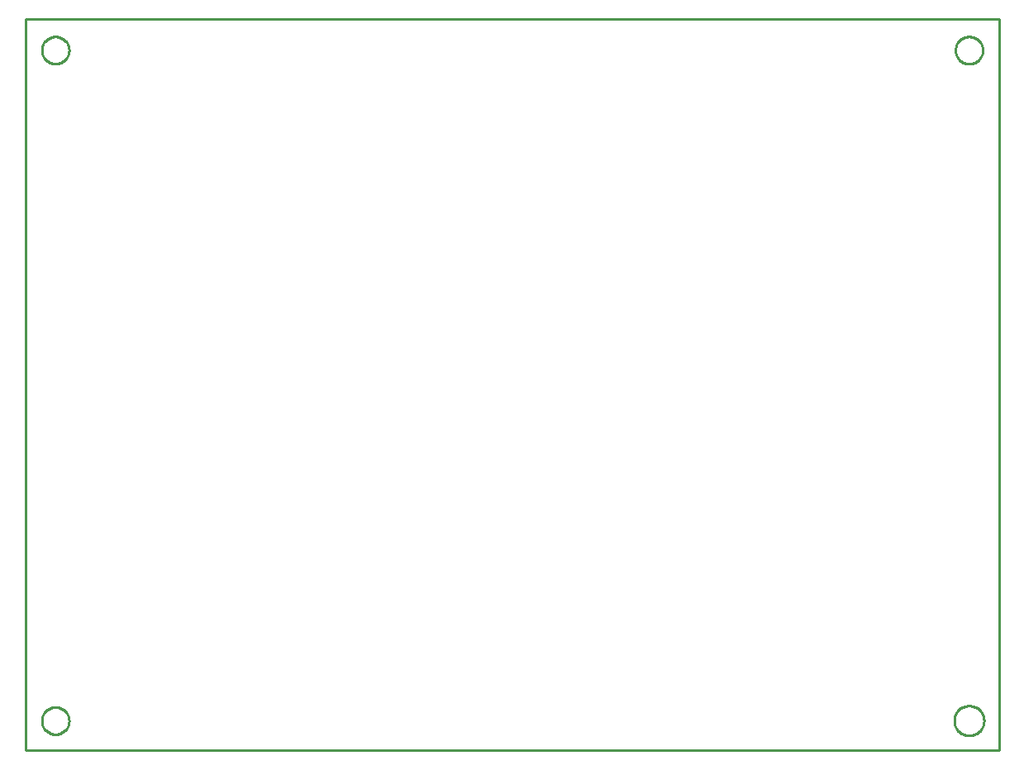
<source format=gko>
G04 EAGLE Gerber RS-274X export*
G75*
%MOMM*%
%FSLAX34Y34*%
%LPD*%
%INBoard Outline*%
%IPPOS*%
%AMOC8*
5,1,8,0,0,1.08239X$1,22.5*%
G01*
%ADD10C,0.000000*%
%ADD11C,0.254000*%


D10*
X0Y749300D02*
X0Y0D01*
X996950Y0D01*
X996950Y749300D01*
X0Y749300D01*
X16510Y30480D02*
X16514Y30823D01*
X16527Y31165D01*
X16548Y31508D01*
X16577Y31849D01*
X16615Y32190D01*
X16661Y32530D01*
X16716Y32868D01*
X16778Y33205D01*
X16849Y33541D01*
X16929Y33874D01*
X17016Y34206D01*
X17112Y34535D01*
X17215Y34862D01*
X17327Y35186D01*
X17446Y35508D01*
X17573Y35826D01*
X17708Y36141D01*
X17851Y36453D01*
X18002Y36761D01*
X18160Y37065D01*
X18325Y37366D01*
X18498Y37662D01*
X18677Y37954D01*
X18864Y38241D01*
X19058Y38524D01*
X19259Y38802D01*
X19467Y39075D01*
X19681Y39342D01*
X19902Y39605D01*
X20129Y39862D01*
X20362Y40113D01*
X20602Y40358D01*
X20847Y40598D01*
X21098Y40831D01*
X21355Y41058D01*
X21618Y41279D01*
X21885Y41493D01*
X22158Y41701D01*
X22436Y41902D01*
X22719Y42096D01*
X23006Y42283D01*
X23298Y42462D01*
X23594Y42635D01*
X23895Y42800D01*
X24199Y42958D01*
X24507Y43109D01*
X24819Y43252D01*
X25134Y43387D01*
X25452Y43514D01*
X25774Y43633D01*
X26098Y43745D01*
X26425Y43848D01*
X26754Y43944D01*
X27086Y44031D01*
X27419Y44111D01*
X27755Y44182D01*
X28092Y44244D01*
X28430Y44299D01*
X28770Y44345D01*
X29111Y44383D01*
X29452Y44412D01*
X29795Y44433D01*
X30137Y44446D01*
X30480Y44450D01*
X30823Y44446D01*
X31165Y44433D01*
X31508Y44412D01*
X31849Y44383D01*
X32190Y44345D01*
X32530Y44299D01*
X32868Y44244D01*
X33205Y44182D01*
X33541Y44111D01*
X33874Y44031D01*
X34206Y43944D01*
X34535Y43848D01*
X34862Y43745D01*
X35186Y43633D01*
X35508Y43514D01*
X35826Y43387D01*
X36141Y43252D01*
X36453Y43109D01*
X36761Y42958D01*
X37065Y42800D01*
X37366Y42635D01*
X37662Y42462D01*
X37954Y42283D01*
X38241Y42096D01*
X38524Y41902D01*
X38802Y41701D01*
X39075Y41493D01*
X39342Y41279D01*
X39605Y41058D01*
X39862Y40831D01*
X40113Y40598D01*
X40358Y40358D01*
X40598Y40113D01*
X40831Y39862D01*
X41058Y39605D01*
X41279Y39342D01*
X41493Y39075D01*
X41701Y38802D01*
X41902Y38524D01*
X42096Y38241D01*
X42283Y37954D01*
X42462Y37662D01*
X42635Y37366D01*
X42800Y37065D01*
X42958Y36761D01*
X43109Y36453D01*
X43252Y36141D01*
X43387Y35826D01*
X43514Y35508D01*
X43633Y35186D01*
X43745Y34862D01*
X43848Y34535D01*
X43944Y34206D01*
X44031Y33874D01*
X44111Y33541D01*
X44182Y33205D01*
X44244Y32868D01*
X44299Y32530D01*
X44345Y32190D01*
X44383Y31849D01*
X44412Y31508D01*
X44433Y31165D01*
X44446Y30823D01*
X44450Y30480D01*
X44446Y30137D01*
X44433Y29795D01*
X44412Y29452D01*
X44383Y29111D01*
X44345Y28770D01*
X44299Y28430D01*
X44244Y28092D01*
X44182Y27755D01*
X44111Y27419D01*
X44031Y27086D01*
X43944Y26754D01*
X43848Y26425D01*
X43745Y26098D01*
X43633Y25774D01*
X43514Y25452D01*
X43387Y25134D01*
X43252Y24819D01*
X43109Y24507D01*
X42958Y24199D01*
X42800Y23895D01*
X42635Y23594D01*
X42462Y23298D01*
X42283Y23006D01*
X42096Y22719D01*
X41902Y22436D01*
X41701Y22158D01*
X41493Y21885D01*
X41279Y21618D01*
X41058Y21355D01*
X40831Y21098D01*
X40598Y20847D01*
X40358Y20602D01*
X40113Y20362D01*
X39862Y20129D01*
X39605Y19902D01*
X39342Y19681D01*
X39075Y19467D01*
X38802Y19259D01*
X38524Y19058D01*
X38241Y18864D01*
X37954Y18677D01*
X37662Y18498D01*
X37366Y18325D01*
X37065Y18160D01*
X36761Y18002D01*
X36453Y17851D01*
X36141Y17708D01*
X35826Y17573D01*
X35508Y17446D01*
X35186Y17327D01*
X34862Y17215D01*
X34535Y17112D01*
X34206Y17016D01*
X33874Y16929D01*
X33541Y16849D01*
X33205Y16778D01*
X32868Y16716D01*
X32530Y16661D01*
X32190Y16615D01*
X31849Y16577D01*
X31508Y16548D01*
X31165Y16527D01*
X30823Y16514D01*
X30480Y16510D01*
X30137Y16514D01*
X29795Y16527D01*
X29452Y16548D01*
X29111Y16577D01*
X28770Y16615D01*
X28430Y16661D01*
X28092Y16716D01*
X27755Y16778D01*
X27419Y16849D01*
X27086Y16929D01*
X26754Y17016D01*
X26425Y17112D01*
X26098Y17215D01*
X25774Y17327D01*
X25452Y17446D01*
X25134Y17573D01*
X24819Y17708D01*
X24507Y17851D01*
X24199Y18002D01*
X23895Y18160D01*
X23594Y18325D01*
X23298Y18498D01*
X23006Y18677D01*
X22719Y18864D01*
X22436Y19058D01*
X22158Y19259D01*
X21885Y19467D01*
X21618Y19681D01*
X21355Y19902D01*
X21098Y20129D01*
X20847Y20362D01*
X20602Y20602D01*
X20362Y20847D01*
X20129Y21098D01*
X19902Y21355D01*
X19681Y21618D01*
X19467Y21885D01*
X19259Y22158D01*
X19058Y22436D01*
X18864Y22719D01*
X18677Y23006D01*
X18498Y23298D01*
X18325Y23594D01*
X18160Y23895D01*
X18002Y24199D01*
X17851Y24507D01*
X17708Y24819D01*
X17573Y25134D01*
X17446Y25452D01*
X17327Y25774D01*
X17215Y26098D01*
X17112Y26425D01*
X17016Y26754D01*
X16929Y27086D01*
X16849Y27419D01*
X16778Y27755D01*
X16716Y28092D01*
X16661Y28430D01*
X16615Y28770D01*
X16577Y29111D01*
X16548Y29452D01*
X16527Y29795D01*
X16514Y30137D01*
X16510Y30480D01*
X951230Y30480D02*
X951235Y30854D01*
X951248Y31228D01*
X951271Y31601D01*
X951303Y31974D01*
X951345Y32346D01*
X951395Y32716D01*
X951454Y33085D01*
X951523Y33453D01*
X951600Y33819D01*
X951687Y34183D01*
X951782Y34545D01*
X951886Y34904D01*
X951999Y35261D01*
X952121Y35614D01*
X952251Y35965D01*
X952390Y36312D01*
X952537Y36656D01*
X952693Y36996D01*
X952857Y37332D01*
X953030Y37664D01*
X953210Y37992D01*
X953398Y38315D01*
X953594Y38633D01*
X953798Y38947D01*
X954010Y39255D01*
X954229Y39558D01*
X954456Y39856D01*
X954689Y40148D01*
X954930Y40434D01*
X955178Y40715D01*
X955432Y40989D01*
X955694Y41256D01*
X955961Y41518D01*
X956235Y41772D01*
X956516Y42020D01*
X956802Y42261D01*
X957094Y42494D01*
X957392Y42721D01*
X957695Y42940D01*
X958003Y43152D01*
X958317Y43356D01*
X958635Y43552D01*
X958958Y43740D01*
X959286Y43920D01*
X959618Y44093D01*
X959954Y44257D01*
X960294Y44413D01*
X960638Y44560D01*
X960985Y44699D01*
X961336Y44829D01*
X961689Y44951D01*
X962046Y45064D01*
X962405Y45168D01*
X962767Y45263D01*
X963131Y45350D01*
X963497Y45427D01*
X963865Y45496D01*
X964234Y45555D01*
X964604Y45605D01*
X964976Y45647D01*
X965349Y45679D01*
X965722Y45702D01*
X966096Y45715D01*
X966470Y45720D01*
X966844Y45715D01*
X967218Y45702D01*
X967591Y45679D01*
X967964Y45647D01*
X968336Y45605D01*
X968706Y45555D01*
X969075Y45496D01*
X969443Y45427D01*
X969809Y45350D01*
X970173Y45263D01*
X970535Y45168D01*
X970894Y45064D01*
X971251Y44951D01*
X971604Y44829D01*
X971955Y44699D01*
X972302Y44560D01*
X972646Y44413D01*
X972986Y44257D01*
X973322Y44093D01*
X973654Y43920D01*
X973982Y43740D01*
X974305Y43552D01*
X974623Y43356D01*
X974937Y43152D01*
X975245Y42940D01*
X975548Y42721D01*
X975846Y42494D01*
X976138Y42261D01*
X976424Y42020D01*
X976705Y41772D01*
X976979Y41518D01*
X977246Y41256D01*
X977508Y40989D01*
X977762Y40715D01*
X978010Y40434D01*
X978251Y40148D01*
X978484Y39856D01*
X978711Y39558D01*
X978930Y39255D01*
X979142Y38947D01*
X979346Y38633D01*
X979542Y38315D01*
X979730Y37992D01*
X979910Y37664D01*
X980083Y37332D01*
X980247Y36996D01*
X980403Y36656D01*
X980550Y36312D01*
X980689Y35965D01*
X980819Y35614D01*
X980941Y35261D01*
X981054Y34904D01*
X981158Y34545D01*
X981253Y34183D01*
X981340Y33819D01*
X981417Y33453D01*
X981486Y33085D01*
X981545Y32716D01*
X981595Y32346D01*
X981637Y31974D01*
X981669Y31601D01*
X981692Y31228D01*
X981705Y30854D01*
X981710Y30480D01*
X981705Y30106D01*
X981692Y29732D01*
X981669Y29359D01*
X981637Y28986D01*
X981595Y28614D01*
X981545Y28244D01*
X981486Y27875D01*
X981417Y27507D01*
X981340Y27141D01*
X981253Y26777D01*
X981158Y26415D01*
X981054Y26056D01*
X980941Y25699D01*
X980819Y25346D01*
X980689Y24995D01*
X980550Y24648D01*
X980403Y24304D01*
X980247Y23964D01*
X980083Y23628D01*
X979910Y23296D01*
X979730Y22968D01*
X979542Y22645D01*
X979346Y22327D01*
X979142Y22013D01*
X978930Y21705D01*
X978711Y21402D01*
X978484Y21104D01*
X978251Y20812D01*
X978010Y20526D01*
X977762Y20245D01*
X977508Y19971D01*
X977246Y19704D01*
X976979Y19442D01*
X976705Y19188D01*
X976424Y18940D01*
X976138Y18699D01*
X975846Y18466D01*
X975548Y18239D01*
X975245Y18020D01*
X974937Y17808D01*
X974623Y17604D01*
X974305Y17408D01*
X973982Y17220D01*
X973654Y17040D01*
X973322Y16867D01*
X972986Y16703D01*
X972646Y16547D01*
X972302Y16400D01*
X971955Y16261D01*
X971604Y16131D01*
X971251Y16009D01*
X970894Y15896D01*
X970535Y15792D01*
X970173Y15697D01*
X969809Y15610D01*
X969443Y15533D01*
X969075Y15464D01*
X968706Y15405D01*
X968336Y15355D01*
X967964Y15313D01*
X967591Y15281D01*
X967218Y15258D01*
X966844Y15245D01*
X966470Y15240D01*
X966096Y15245D01*
X965722Y15258D01*
X965349Y15281D01*
X964976Y15313D01*
X964604Y15355D01*
X964234Y15405D01*
X963865Y15464D01*
X963497Y15533D01*
X963131Y15610D01*
X962767Y15697D01*
X962405Y15792D01*
X962046Y15896D01*
X961689Y16009D01*
X961336Y16131D01*
X960985Y16261D01*
X960638Y16400D01*
X960294Y16547D01*
X959954Y16703D01*
X959618Y16867D01*
X959286Y17040D01*
X958958Y17220D01*
X958635Y17408D01*
X958317Y17604D01*
X958003Y17808D01*
X957695Y18020D01*
X957392Y18239D01*
X957094Y18466D01*
X956802Y18699D01*
X956516Y18940D01*
X956235Y19188D01*
X955961Y19442D01*
X955694Y19704D01*
X955432Y19971D01*
X955178Y20245D01*
X954930Y20526D01*
X954689Y20812D01*
X954456Y21104D01*
X954229Y21402D01*
X954010Y21705D01*
X953798Y22013D01*
X953594Y22327D01*
X953398Y22645D01*
X953210Y22968D01*
X953030Y23296D01*
X952857Y23628D01*
X952693Y23964D01*
X952537Y24304D01*
X952390Y24648D01*
X952251Y24995D01*
X952121Y25346D01*
X951999Y25699D01*
X951886Y26056D01*
X951782Y26415D01*
X951687Y26777D01*
X951600Y27141D01*
X951523Y27507D01*
X951454Y27875D01*
X951395Y28244D01*
X951345Y28614D01*
X951303Y28986D01*
X951271Y29359D01*
X951248Y29732D01*
X951235Y30106D01*
X951230Y30480D01*
X952500Y717550D02*
X952504Y717893D01*
X952517Y718235D01*
X952538Y718578D01*
X952567Y718919D01*
X952605Y719260D01*
X952651Y719600D01*
X952706Y719938D01*
X952768Y720275D01*
X952839Y720611D01*
X952919Y720944D01*
X953006Y721276D01*
X953102Y721605D01*
X953205Y721932D01*
X953317Y722256D01*
X953436Y722578D01*
X953563Y722896D01*
X953698Y723211D01*
X953841Y723523D01*
X953992Y723831D01*
X954150Y724135D01*
X954315Y724436D01*
X954488Y724732D01*
X954667Y725024D01*
X954854Y725311D01*
X955048Y725594D01*
X955249Y725872D01*
X955457Y726145D01*
X955671Y726412D01*
X955892Y726675D01*
X956119Y726932D01*
X956352Y727183D01*
X956592Y727428D01*
X956837Y727668D01*
X957088Y727901D01*
X957345Y728128D01*
X957608Y728349D01*
X957875Y728563D01*
X958148Y728771D01*
X958426Y728972D01*
X958709Y729166D01*
X958996Y729353D01*
X959288Y729532D01*
X959584Y729705D01*
X959885Y729870D01*
X960189Y730028D01*
X960497Y730179D01*
X960809Y730322D01*
X961124Y730457D01*
X961442Y730584D01*
X961764Y730703D01*
X962088Y730815D01*
X962415Y730918D01*
X962744Y731014D01*
X963076Y731101D01*
X963409Y731181D01*
X963745Y731252D01*
X964082Y731314D01*
X964420Y731369D01*
X964760Y731415D01*
X965101Y731453D01*
X965442Y731482D01*
X965785Y731503D01*
X966127Y731516D01*
X966470Y731520D01*
X966813Y731516D01*
X967155Y731503D01*
X967498Y731482D01*
X967839Y731453D01*
X968180Y731415D01*
X968520Y731369D01*
X968858Y731314D01*
X969195Y731252D01*
X969531Y731181D01*
X969864Y731101D01*
X970196Y731014D01*
X970525Y730918D01*
X970852Y730815D01*
X971176Y730703D01*
X971498Y730584D01*
X971816Y730457D01*
X972131Y730322D01*
X972443Y730179D01*
X972751Y730028D01*
X973055Y729870D01*
X973356Y729705D01*
X973652Y729532D01*
X973944Y729353D01*
X974231Y729166D01*
X974514Y728972D01*
X974792Y728771D01*
X975065Y728563D01*
X975332Y728349D01*
X975595Y728128D01*
X975852Y727901D01*
X976103Y727668D01*
X976348Y727428D01*
X976588Y727183D01*
X976821Y726932D01*
X977048Y726675D01*
X977269Y726412D01*
X977483Y726145D01*
X977691Y725872D01*
X977892Y725594D01*
X978086Y725311D01*
X978273Y725024D01*
X978452Y724732D01*
X978625Y724436D01*
X978790Y724135D01*
X978948Y723831D01*
X979099Y723523D01*
X979242Y723211D01*
X979377Y722896D01*
X979504Y722578D01*
X979623Y722256D01*
X979735Y721932D01*
X979838Y721605D01*
X979934Y721276D01*
X980021Y720944D01*
X980101Y720611D01*
X980172Y720275D01*
X980234Y719938D01*
X980289Y719600D01*
X980335Y719260D01*
X980373Y718919D01*
X980402Y718578D01*
X980423Y718235D01*
X980436Y717893D01*
X980440Y717550D01*
X980436Y717207D01*
X980423Y716865D01*
X980402Y716522D01*
X980373Y716181D01*
X980335Y715840D01*
X980289Y715500D01*
X980234Y715162D01*
X980172Y714825D01*
X980101Y714489D01*
X980021Y714156D01*
X979934Y713824D01*
X979838Y713495D01*
X979735Y713168D01*
X979623Y712844D01*
X979504Y712522D01*
X979377Y712204D01*
X979242Y711889D01*
X979099Y711577D01*
X978948Y711269D01*
X978790Y710965D01*
X978625Y710664D01*
X978452Y710368D01*
X978273Y710076D01*
X978086Y709789D01*
X977892Y709506D01*
X977691Y709228D01*
X977483Y708955D01*
X977269Y708688D01*
X977048Y708425D01*
X976821Y708168D01*
X976588Y707917D01*
X976348Y707672D01*
X976103Y707432D01*
X975852Y707199D01*
X975595Y706972D01*
X975332Y706751D01*
X975065Y706537D01*
X974792Y706329D01*
X974514Y706128D01*
X974231Y705934D01*
X973944Y705747D01*
X973652Y705568D01*
X973356Y705395D01*
X973055Y705230D01*
X972751Y705072D01*
X972443Y704921D01*
X972131Y704778D01*
X971816Y704643D01*
X971498Y704516D01*
X971176Y704397D01*
X970852Y704285D01*
X970525Y704182D01*
X970196Y704086D01*
X969864Y703999D01*
X969531Y703919D01*
X969195Y703848D01*
X968858Y703786D01*
X968520Y703731D01*
X968180Y703685D01*
X967839Y703647D01*
X967498Y703618D01*
X967155Y703597D01*
X966813Y703584D01*
X966470Y703580D01*
X966127Y703584D01*
X965785Y703597D01*
X965442Y703618D01*
X965101Y703647D01*
X964760Y703685D01*
X964420Y703731D01*
X964082Y703786D01*
X963745Y703848D01*
X963409Y703919D01*
X963076Y703999D01*
X962744Y704086D01*
X962415Y704182D01*
X962088Y704285D01*
X961764Y704397D01*
X961442Y704516D01*
X961124Y704643D01*
X960809Y704778D01*
X960497Y704921D01*
X960189Y705072D01*
X959885Y705230D01*
X959584Y705395D01*
X959288Y705568D01*
X958996Y705747D01*
X958709Y705934D01*
X958426Y706128D01*
X958148Y706329D01*
X957875Y706537D01*
X957608Y706751D01*
X957345Y706972D01*
X957088Y707199D01*
X956837Y707432D01*
X956592Y707672D01*
X956352Y707917D01*
X956119Y708168D01*
X955892Y708425D01*
X955671Y708688D01*
X955457Y708955D01*
X955249Y709228D01*
X955048Y709506D01*
X954854Y709789D01*
X954667Y710076D01*
X954488Y710368D01*
X954315Y710664D01*
X954150Y710965D01*
X953992Y711269D01*
X953841Y711577D01*
X953698Y711889D01*
X953563Y712204D01*
X953436Y712522D01*
X953317Y712844D01*
X953205Y713168D01*
X953102Y713495D01*
X953006Y713824D01*
X952919Y714156D01*
X952839Y714489D01*
X952768Y714825D01*
X952706Y715162D01*
X952651Y715500D01*
X952605Y715840D01*
X952567Y716181D01*
X952538Y716522D01*
X952517Y716865D01*
X952504Y717207D01*
X952500Y717550D01*
X16510Y717550D02*
X16514Y717893D01*
X16527Y718235D01*
X16548Y718578D01*
X16577Y718919D01*
X16615Y719260D01*
X16661Y719600D01*
X16716Y719938D01*
X16778Y720275D01*
X16849Y720611D01*
X16929Y720944D01*
X17016Y721276D01*
X17112Y721605D01*
X17215Y721932D01*
X17327Y722256D01*
X17446Y722578D01*
X17573Y722896D01*
X17708Y723211D01*
X17851Y723523D01*
X18002Y723831D01*
X18160Y724135D01*
X18325Y724436D01*
X18498Y724732D01*
X18677Y725024D01*
X18864Y725311D01*
X19058Y725594D01*
X19259Y725872D01*
X19467Y726145D01*
X19681Y726412D01*
X19902Y726675D01*
X20129Y726932D01*
X20362Y727183D01*
X20602Y727428D01*
X20847Y727668D01*
X21098Y727901D01*
X21355Y728128D01*
X21618Y728349D01*
X21885Y728563D01*
X22158Y728771D01*
X22436Y728972D01*
X22719Y729166D01*
X23006Y729353D01*
X23298Y729532D01*
X23594Y729705D01*
X23895Y729870D01*
X24199Y730028D01*
X24507Y730179D01*
X24819Y730322D01*
X25134Y730457D01*
X25452Y730584D01*
X25774Y730703D01*
X26098Y730815D01*
X26425Y730918D01*
X26754Y731014D01*
X27086Y731101D01*
X27419Y731181D01*
X27755Y731252D01*
X28092Y731314D01*
X28430Y731369D01*
X28770Y731415D01*
X29111Y731453D01*
X29452Y731482D01*
X29795Y731503D01*
X30137Y731516D01*
X30480Y731520D01*
X30823Y731516D01*
X31165Y731503D01*
X31508Y731482D01*
X31849Y731453D01*
X32190Y731415D01*
X32530Y731369D01*
X32868Y731314D01*
X33205Y731252D01*
X33541Y731181D01*
X33874Y731101D01*
X34206Y731014D01*
X34535Y730918D01*
X34862Y730815D01*
X35186Y730703D01*
X35508Y730584D01*
X35826Y730457D01*
X36141Y730322D01*
X36453Y730179D01*
X36761Y730028D01*
X37065Y729870D01*
X37366Y729705D01*
X37662Y729532D01*
X37954Y729353D01*
X38241Y729166D01*
X38524Y728972D01*
X38802Y728771D01*
X39075Y728563D01*
X39342Y728349D01*
X39605Y728128D01*
X39862Y727901D01*
X40113Y727668D01*
X40358Y727428D01*
X40598Y727183D01*
X40831Y726932D01*
X41058Y726675D01*
X41279Y726412D01*
X41493Y726145D01*
X41701Y725872D01*
X41902Y725594D01*
X42096Y725311D01*
X42283Y725024D01*
X42462Y724732D01*
X42635Y724436D01*
X42800Y724135D01*
X42958Y723831D01*
X43109Y723523D01*
X43252Y723211D01*
X43387Y722896D01*
X43514Y722578D01*
X43633Y722256D01*
X43745Y721932D01*
X43848Y721605D01*
X43944Y721276D01*
X44031Y720944D01*
X44111Y720611D01*
X44182Y720275D01*
X44244Y719938D01*
X44299Y719600D01*
X44345Y719260D01*
X44383Y718919D01*
X44412Y718578D01*
X44433Y718235D01*
X44446Y717893D01*
X44450Y717550D01*
X44446Y717207D01*
X44433Y716865D01*
X44412Y716522D01*
X44383Y716181D01*
X44345Y715840D01*
X44299Y715500D01*
X44244Y715162D01*
X44182Y714825D01*
X44111Y714489D01*
X44031Y714156D01*
X43944Y713824D01*
X43848Y713495D01*
X43745Y713168D01*
X43633Y712844D01*
X43514Y712522D01*
X43387Y712204D01*
X43252Y711889D01*
X43109Y711577D01*
X42958Y711269D01*
X42800Y710965D01*
X42635Y710664D01*
X42462Y710368D01*
X42283Y710076D01*
X42096Y709789D01*
X41902Y709506D01*
X41701Y709228D01*
X41493Y708955D01*
X41279Y708688D01*
X41058Y708425D01*
X40831Y708168D01*
X40598Y707917D01*
X40358Y707672D01*
X40113Y707432D01*
X39862Y707199D01*
X39605Y706972D01*
X39342Y706751D01*
X39075Y706537D01*
X38802Y706329D01*
X38524Y706128D01*
X38241Y705934D01*
X37954Y705747D01*
X37662Y705568D01*
X37366Y705395D01*
X37065Y705230D01*
X36761Y705072D01*
X36453Y704921D01*
X36141Y704778D01*
X35826Y704643D01*
X35508Y704516D01*
X35186Y704397D01*
X34862Y704285D01*
X34535Y704182D01*
X34206Y704086D01*
X33874Y703999D01*
X33541Y703919D01*
X33205Y703848D01*
X32868Y703786D01*
X32530Y703731D01*
X32190Y703685D01*
X31849Y703647D01*
X31508Y703618D01*
X31165Y703597D01*
X30823Y703584D01*
X30480Y703580D01*
X30137Y703584D01*
X29795Y703597D01*
X29452Y703618D01*
X29111Y703647D01*
X28770Y703685D01*
X28430Y703731D01*
X28092Y703786D01*
X27755Y703848D01*
X27419Y703919D01*
X27086Y703999D01*
X26754Y704086D01*
X26425Y704182D01*
X26098Y704285D01*
X25774Y704397D01*
X25452Y704516D01*
X25134Y704643D01*
X24819Y704778D01*
X24507Y704921D01*
X24199Y705072D01*
X23895Y705230D01*
X23594Y705395D01*
X23298Y705568D01*
X23006Y705747D01*
X22719Y705934D01*
X22436Y706128D01*
X22158Y706329D01*
X21885Y706537D01*
X21618Y706751D01*
X21355Y706972D01*
X21098Y707199D01*
X20847Y707432D01*
X20602Y707672D01*
X20362Y707917D01*
X20129Y708168D01*
X19902Y708425D01*
X19681Y708688D01*
X19467Y708955D01*
X19259Y709228D01*
X19058Y709506D01*
X18864Y709789D01*
X18677Y710076D01*
X18498Y710368D01*
X18325Y710664D01*
X18160Y710965D01*
X18002Y711269D01*
X17851Y711577D01*
X17708Y711889D01*
X17573Y712204D01*
X17446Y712522D01*
X17327Y712844D01*
X17215Y713168D01*
X17112Y713495D01*
X17016Y713824D01*
X16929Y714156D01*
X16849Y714489D01*
X16778Y714825D01*
X16716Y715162D01*
X16661Y715500D01*
X16615Y715840D01*
X16577Y716181D01*
X16548Y716522D01*
X16527Y716865D01*
X16514Y717207D01*
X16510Y717550D01*
D11*
X0Y0D02*
X996950Y0D01*
X996950Y749300D01*
X0Y749300D01*
X0Y0D01*
X44450Y29981D02*
X44379Y28986D01*
X44237Y27998D01*
X44025Y27023D01*
X43744Y26065D01*
X43395Y25131D01*
X42980Y24223D01*
X42502Y23347D01*
X41963Y22508D01*
X41365Y21709D01*
X40711Y20955D01*
X40005Y20249D01*
X39251Y19595D01*
X38453Y18997D01*
X37613Y18458D01*
X36737Y17980D01*
X35830Y17565D01*
X34895Y17216D01*
X33937Y16935D01*
X32962Y16723D01*
X31974Y16581D01*
X30979Y16510D01*
X29981Y16510D01*
X28986Y16581D01*
X27998Y16723D01*
X27023Y16935D01*
X26065Y17216D01*
X25131Y17565D01*
X24223Y17980D01*
X23347Y18458D01*
X22508Y18997D01*
X21709Y19595D01*
X20955Y20249D01*
X20249Y20955D01*
X19595Y21709D01*
X18997Y22508D01*
X18458Y23347D01*
X17980Y24223D01*
X17565Y25131D01*
X17216Y26065D01*
X16935Y27023D01*
X16723Y27998D01*
X16581Y28986D01*
X16510Y29981D01*
X16510Y30979D01*
X16581Y31974D01*
X16723Y32962D01*
X16935Y33937D01*
X17216Y34895D01*
X17565Y35830D01*
X17980Y36737D01*
X18458Y37613D01*
X18997Y38453D01*
X19595Y39251D01*
X20249Y40005D01*
X20955Y40711D01*
X21709Y41365D01*
X22508Y41963D01*
X23347Y42502D01*
X24223Y42980D01*
X25131Y43395D01*
X26065Y43744D01*
X27023Y44025D01*
X27998Y44237D01*
X28986Y44379D01*
X29981Y44450D01*
X30979Y44450D01*
X31974Y44379D01*
X32962Y44237D01*
X33937Y44025D01*
X34895Y43744D01*
X35830Y43395D01*
X36737Y42980D01*
X37613Y42502D01*
X38453Y41963D01*
X39251Y41365D01*
X40005Y40711D01*
X40711Y40005D01*
X41365Y39251D01*
X41963Y38453D01*
X42502Y37613D01*
X42980Y36737D01*
X43395Y35830D01*
X43744Y34895D01*
X44025Y33937D01*
X44237Y32962D01*
X44379Y31974D01*
X44450Y30979D01*
X44450Y29981D01*
X981710Y29936D02*
X981632Y28850D01*
X981477Y27772D01*
X981246Y26709D01*
X980939Y25664D01*
X980559Y24644D01*
X980107Y23654D01*
X979585Y22699D01*
X978996Y21783D01*
X978344Y20911D01*
X977631Y20089D01*
X976861Y19319D01*
X976039Y18606D01*
X975167Y17954D01*
X974251Y17365D01*
X973296Y16843D01*
X972306Y16391D01*
X971286Y16011D01*
X970241Y15704D01*
X969178Y15473D01*
X968100Y15318D01*
X967014Y15240D01*
X965926Y15240D01*
X964840Y15318D01*
X963762Y15473D01*
X962699Y15704D01*
X961654Y16011D01*
X960634Y16391D01*
X959644Y16843D01*
X958689Y17365D01*
X957773Y17954D01*
X956901Y18606D01*
X956079Y19319D01*
X955309Y20089D01*
X954596Y20911D01*
X953944Y21783D01*
X953355Y22699D01*
X952833Y23654D01*
X952381Y24644D01*
X952001Y25664D01*
X951694Y26709D01*
X951463Y27772D01*
X951308Y28850D01*
X951230Y29936D01*
X951230Y31024D01*
X951308Y32110D01*
X951463Y33188D01*
X951694Y34251D01*
X952001Y35296D01*
X952381Y36316D01*
X952833Y37306D01*
X953355Y38261D01*
X953944Y39177D01*
X954596Y40049D01*
X955309Y40871D01*
X956079Y41641D01*
X956901Y42354D01*
X957773Y43006D01*
X958689Y43595D01*
X959644Y44117D01*
X960634Y44569D01*
X961654Y44949D01*
X962699Y45256D01*
X963762Y45487D01*
X964840Y45642D01*
X965926Y45720D01*
X967014Y45720D01*
X968100Y45642D01*
X969178Y45487D01*
X970241Y45256D01*
X971286Y44949D01*
X972306Y44569D01*
X973296Y44117D01*
X974251Y43595D01*
X975167Y43006D01*
X976039Y42354D01*
X976861Y41641D01*
X977631Y40871D01*
X978344Y40049D01*
X978996Y39177D01*
X979585Y38261D01*
X980107Y37306D01*
X980559Y36316D01*
X980939Y35296D01*
X981246Y34251D01*
X981477Y33188D01*
X981632Y32110D01*
X981710Y31024D01*
X981710Y29936D01*
X980440Y717051D02*
X980369Y716056D01*
X980227Y715068D01*
X980015Y714093D01*
X979734Y713135D01*
X979385Y712201D01*
X978970Y711293D01*
X978492Y710417D01*
X977953Y709578D01*
X977355Y708779D01*
X976701Y708025D01*
X975995Y707319D01*
X975241Y706665D01*
X974443Y706067D01*
X973603Y705528D01*
X972727Y705050D01*
X971820Y704635D01*
X970885Y704286D01*
X969927Y704005D01*
X968952Y703793D01*
X967964Y703651D01*
X966969Y703580D01*
X965971Y703580D01*
X964976Y703651D01*
X963988Y703793D01*
X963013Y704005D01*
X962055Y704286D01*
X961121Y704635D01*
X960213Y705050D01*
X959337Y705528D01*
X958498Y706067D01*
X957699Y706665D01*
X956945Y707319D01*
X956239Y708025D01*
X955585Y708779D01*
X954987Y709578D01*
X954448Y710417D01*
X953970Y711293D01*
X953555Y712201D01*
X953206Y713135D01*
X952925Y714093D01*
X952713Y715068D01*
X952571Y716056D01*
X952500Y717051D01*
X952500Y718049D01*
X952571Y719044D01*
X952713Y720032D01*
X952925Y721007D01*
X953206Y721965D01*
X953555Y722900D01*
X953970Y723807D01*
X954448Y724683D01*
X954987Y725523D01*
X955585Y726321D01*
X956239Y727075D01*
X956945Y727781D01*
X957699Y728435D01*
X958498Y729033D01*
X959337Y729572D01*
X960213Y730050D01*
X961121Y730465D01*
X962055Y730814D01*
X963013Y731095D01*
X963988Y731307D01*
X964976Y731449D01*
X965971Y731520D01*
X966969Y731520D01*
X967964Y731449D01*
X968952Y731307D01*
X969927Y731095D01*
X970885Y730814D01*
X971820Y730465D01*
X972727Y730050D01*
X973603Y729572D01*
X974443Y729033D01*
X975241Y728435D01*
X975995Y727781D01*
X976701Y727075D01*
X977355Y726321D01*
X977953Y725523D01*
X978492Y724683D01*
X978970Y723807D01*
X979385Y722900D01*
X979734Y721965D01*
X980015Y721007D01*
X980227Y720032D01*
X980369Y719044D01*
X980440Y718049D01*
X980440Y717051D01*
X44450Y717051D02*
X44379Y716056D01*
X44237Y715068D01*
X44025Y714093D01*
X43744Y713135D01*
X43395Y712201D01*
X42980Y711293D01*
X42502Y710417D01*
X41963Y709578D01*
X41365Y708779D01*
X40711Y708025D01*
X40005Y707319D01*
X39251Y706665D01*
X38453Y706067D01*
X37613Y705528D01*
X36737Y705050D01*
X35830Y704635D01*
X34895Y704286D01*
X33937Y704005D01*
X32962Y703793D01*
X31974Y703651D01*
X30979Y703580D01*
X29981Y703580D01*
X28986Y703651D01*
X27998Y703793D01*
X27023Y704005D01*
X26065Y704286D01*
X25131Y704635D01*
X24223Y705050D01*
X23347Y705528D01*
X22508Y706067D01*
X21709Y706665D01*
X20955Y707319D01*
X20249Y708025D01*
X19595Y708779D01*
X18997Y709578D01*
X18458Y710417D01*
X17980Y711293D01*
X17565Y712201D01*
X17216Y713135D01*
X16935Y714093D01*
X16723Y715068D01*
X16581Y716056D01*
X16510Y717051D01*
X16510Y718049D01*
X16581Y719044D01*
X16723Y720032D01*
X16935Y721007D01*
X17216Y721965D01*
X17565Y722900D01*
X17980Y723807D01*
X18458Y724683D01*
X18997Y725523D01*
X19595Y726321D01*
X20249Y727075D01*
X20955Y727781D01*
X21709Y728435D01*
X22508Y729033D01*
X23347Y729572D01*
X24223Y730050D01*
X25131Y730465D01*
X26065Y730814D01*
X27023Y731095D01*
X27998Y731307D01*
X28986Y731449D01*
X29981Y731520D01*
X30979Y731520D01*
X31974Y731449D01*
X32962Y731307D01*
X33937Y731095D01*
X34895Y730814D01*
X35830Y730465D01*
X36737Y730050D01*
X37613Y729572D01*
X38453Y729033D01*
X39251Y728435D01*
X40005Y727781D01*
X40711Y727075D01*
X41365Y726321D01*
X41963Y725523D01*
X42502Y724683D01*
X42980Y723807D01*
X43395Y722900D01*
X43744Y721965D01*
X44025Y721007D01*
X44237Y720032D01*
X44379Y719044D01*
X44450Y718049D01*
X44450Y717051D01*
M02*

</source>
